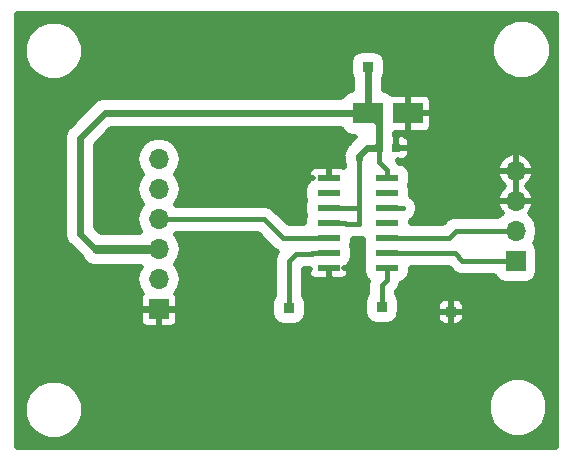
<source format=gbr>
G04 #@! TF.GenerationSoftware,KiCad,Pcbnew,(5.0.2)-1*
G04 #@! TF.CreationDate,2019-10-03T15:21:39+01:00*
G04 #@! TF.ProjectId,RS-485_FTDI,52532d34-3835-45f4-9654-44492e6b6963,rev?*
G04 #@! TF.SameCoordinates,Original*
G04 #@! TF.FileFunction,Copper,L1,Top*
G04 #@! TF.FilePolarity,Positive*
%FSLAX46Y46*%
G04 Gerber Fmt 4.6, Leading zero omitted, Abs format (unit mm)*
G04 Created by KiCad (PCBNEW (5.0.2)-1) date 03/10/2019 15:21:39*
%MOMM*%
%LPD*%
G01*
G04 APERTURE LIST*
G04 #@! TA.AperFunction,SMDPad,CuDef*
%ADD10R,2.600000X1.800000*%
G04 #@! TD*
G04 #@! TA.AperFunction,SMDPad,CuDef*
%ADD11R,0.800000X0.750000*%
G04 #@! TD*
G04 #@! TA.AperFunction,ComponentPad*
%ADD12O,1.700000X1.700000*%
G04 #@! TD*
G04 #@! TA.AperFunction,ComponentPad*
%ADD13R,1.700000X1.700000*%
G04 #@! TD*
G04 #@! TA.AperFunction,ComponentPad*
%ADD14R,0.850000X0.850000*%
G04 #@! TD*
G04 #@! TA.AperFunction,SMDPad,CuDef*
%ADD15R,1.969999X0.542600*%
G04 #@! TD*
G04 #@! TA.AperFunction,ViaPad*
%ADD16C,0.900000*%
G04 #@! TD*
G04 #@! TA.AperFunction,Conductor*
%ADD17C,0.400000*%
G04 #@! TD*
G04 #@! TA.AperFunction,Conductor*
%ADD18C,0.800000*%
G04 #@! TD*
G04 #@! TA.AperFunction,Conductor*
%ADD19C,0.600000*%
G04 #@! TD*
G04 #@! TA.AperFunction,Conductor*
%ADD20C,0.500000*%
G04 #@! TD*
G04 APERTURE END LIST*
D10*
G04 #@! TO.P,C1,2*
G04 #@! TO.N,GND*
X77300000Y-133600000D03*
G04 #@! TO.P,C1,1*
G04 #@! TO.N,+5V*
X73900000Y-133600000D03*
G04 #@! TD*
D11*
G04 #@! TO.P,C2,1*
G04 #@! TO.N,+5V*
X74800000Y-136500000D03*
G04 #@! TO.P,C2,2*
G04 #@! TO.N,GND*
X76300000Y-136500000D03*
G04 #@! TD*
D12*
G04 #@! TO.P,J1,6*
G04 #@! TO.N,DTR*
X56200000Y-137500000D03*
G04 #@! TO.P,J1,5*
G04 #@! TO.N,RXI*
X56200000Y-140040000D03*
G04 #@! TO.P,J1,4*
G04 #@! TO.N,TXO*
X56200000Y-142580000D03*
G04 #@! TO.P,J1,3*
G04 #@! TO.N,+5V*
X56200000Y-145120000D03*
G04 #@! TO.P,J1,2*
G04 #@! TO.N,CTS*
X56200000Y-147660000D03*
D13*
G04 #@! TO.P,J1,1*
G04 #@! TO.N,GND*
X56200000Y-150200000D03*
G04 #@! TD*
D14*
G04 #@! TO.P,J2,1*
G04 #@! TO.N,Net-(J2-Pad1)*
X67200000Y-150100000D03*
G04 #@! TD*
D12*
G04 #@! TO.P,J3,4*
G04 #@! TO.N,GND*
X86400000Y-138480000D03*
G04 #@! TO.P,J3,3*
X86400000Y-141020000D03*
G04 #@! TO.P,J3,2*
G04 #@! TO.N,WIRE-*
X86400000Y-143560000D03*
D13*
G04 #@! TO.P,J3,1*
G04 #@! TO.N,WIRE+*
X86400000Y-146100000D03*
G04 #@! TD*
D15*
G04 #@! TO.P,U1,1*
G04 #@! TO.N,GND*
X70572400Y-139090000D03*
G04 #@! TO.P,U1,2*
G04 #@! TO.N,Net-(U1-Pad2)*
X70572400Y-140360000D03*
G04 #@! TO.P,U1,3*
G04 #@! TO.N,+5V*
X70572400Y-141630000D03*
G04 #@! TO.P,U1,4*
X70572400Y-142900000D03*
G04 #@! TO.P,U1,5*
G04 #@! TO.N,TXO*
X70572400Y-144170000D03*
G04 #@! TO.P,U1,6*
G04 #@! TO.N,Net-(J2-Pad1)*
X70572400Y-145440000D03*
G04 #@! TO.P,U1,7*
G04 #@! TO.N,GND*
X70572400Y-146710000D03*
G04 #@! TO.P,U1,8*
G04 #@! TO.N,Net-(J5-Pad1)*
X75500000Y-146710000D03*
G04 #@! TO.P,U1,9*
G04 #@! TO.N,WIRE+*
X75500000Y-145440000D03*
G04 #@! TO.P,U1,10*
G04 #@! TO.N,WIRE-*
X75500000Y-144170000D03*
G04 #@! TO.P,U1,11*
G04 #@! TO.N,Net-(U1-Pad11)*
X75500000Y-142900000D03*
G04 #@! TO.P,U1,12*
G04 #@! TO.N,Net-(U1-Pad12)*
X75500000Y-141630000D03*
G04 #@! TO.P,U1,13*
G04 #@! TO.N,Net-(U1-Pad13)*
X75500000Y-140360000D03*
G04 #@! TO.P,U1,14*
G04 #@! TO.N,+5V*
X75500000Y-139090000D03*
G04 #@! TD*
D14*
G04 #@! TO.P,J4,1*
G04 #@! TO.N,+5V*
X73900000Y-129700000D03*
G04 #@! TD*
G04 #@! TO.P,J5,1*
G04 #@! TO.N,Net-(J5-Pad1)*
X75100000Y-150000000D03*
G04 #@! TD*
G04 #@! TO.P,J6,1*
G04 #@! TO.N,GND*
X80900000Y-150400000D03*
G04 #@! TD*
D16*
G04 #@! TO.N,GND*
X65300000Y-136200000D03*
X65300000Y-131000000D03*
X55500000Y-127300000D03*
X67800000Y-126900000D03*
X80700000Y-127300000D03*
X81000000Y-159600000D03*
X70400000Y-159200000D03*
X57300000Y-159600000D03*
X62000000Y-136500000D03*
X62100000Y-139500000D03*
X61600000Y-147000000D03*
X71300000Y-149800000D03*
X52700000Y-139400000D03*
G04 #@! TD*
D17*
G04 #@! TO.N,GND*
X70572400Y-147381300D02*
X70800000Y-147608900D01*
X70572400Y-146710000D02*
X70572400Y-147381300D01*
X70800000Y-148300000D02*
X70900000Y-148400000D01*
X70800000Y-148200000D02*
X70800000Y-148300000D01*
X70800000Y-147608900D02*
X70900000Y-148400000D01*
D18*
G04 #@! TO.N,+5V*
X54997919Y-145120000D02*
X54977919Y-145100000D01*
X56200000Y-145120000D02*
X54997919Y-145120000D01*
X54977919Y-145100000D02*
X53700000Y-145100000D01*
D17*
X75500000Y-138418700D02*
X74800000Y-137718700D01*
X75500000Y-139090000D02*
X75500000Y-138418700D01*
X74800000Y-137718700D02*
X74800000Y-136500000D01*
X72057399Y-143000000D02*
X73100000Y-143000000D01*
X71957399Y-142900000D02*
X72057399Y-143000000D01*
X70572400Y-142900000D02*
X71957399Y-142900000D01*
X73030000Y-141630000D02*
X73100000Y-141700000D01*
X70572400Y-141630000D02*
X73030000Y-141630000D01*
X73100000Y-137500000D02*
X73100000Y-141700000D01*
X73100000Y-141700000D02*
X73100000Y-143000000D01*
D18*
X56200000Y-145120000D02*
X50880000Y-145120000D01*
D19*
X73100000Y-137200000D02*
X73100000Y-137500000D01*
X73800000Y-136500000D02*
X73100000Y-137200000D01*
X74800000Y-136500000D02*
X73800000Y-136500000D01*
X50880000Y-145120000D02*
X50820000Y-145120000D01*
X50820000Y-145120000D02*
X49500000Y-143800000D01*
X49500000Y-143800000D02*
X49500000Y-135700000D01*
X51600000Y-133600000D02*
X73900000Y-133600000D01*
X49500000Y-135700000D02*
X51600000Y-133600000D01*
X74800000Y-134500000D02*
X73900000Y-133600000D01*
X74800000Y-136500000D02*
X74800000Y-134500000D01*
X73900000Y-133600000D02*
X73900000Y-129700000D01*
D17*
G04 #@! TO.N,TXO*
X70572400Y-144170000D02*
X66670000Y-144170000D01*
X65080000Y-142580000D02*
X56200000Y-142580000D01*
X66670000Y-144170000D02*
X65080000Y-142580000D01*
G04 #@! TO.N,Net-(J2-Pad1)*
X69187401Y-145440000D02*
X69127401Y-145500000D01*
X70572400Y-145440000D02*
X69187401Y-145440000D01*
X69127401Y-145500000D02*
X67800000Y-145500000D01*
X67200000Y-146100000D02*
X67200000Y-150100000D01*
X67800000Y-145500000D02*
X67200000Y-146100000D01*
G04 #@! TO.N,WIRE-*
X75500000Y-144170000D02*
X80730000Y-144170000D01*
X81340000Y-143560000D02*
X86400000Y-143560000D01*
X80730000Y-144170000D02*
X81340000Y-143560000D01*
G04 #@! TO.N,WIRE+*
X75500000Y-145440000D02*
X81240000Y-145440000D01*
X81900000Y-146100000D02*
X86400000Y-146100000D01*
X81240000Y-145440000D02*
X81900000Y-146100000D01*
G04 #@! TO.N,Net-(U1-Pad12)*
X76884999Y-141630000D02*
X75500000Y-141630000D01*
G04 #@! TO.N,Net-(J5-Pad1)*
X75500000Y-146710000D02*
X75500000Y-147700000D01*
X75100000Y-148100000D02*
X75100000Y-150100000D01*
X75500000Y-147700000D02*
X75100000Y-148100000D01*
G04 #@! TD*
D20*
G04 #@! TO.N,GND*
G36*
X89850001Y-161850000D02*
X44150000Y-161850000D01*
X44150000Y-158192774D01*
X44750000Y-158192774D01*
X44750000Y-159207226D01*
X45138215Y-160144459D01*
X45855541Y-160861785D01*
X46792774Y-161250000D01*
X47807226Y-161250000D01*
X48744459Y-160861785D01*
X49461785Y-160144459D01*
X49850000Y-159207226D01*
X49850000Y-158192774D01*
X49767158Y-157992774D01*
X84050000Y-157992774D01*
X84050000Y-159007226D01*
X84438215Y-159944459D01*
X85155541Y-160661785D01*
X86092774Y-161050000D01*
X87107226Y-161050000D01*
X88044459Y-160661785D01*
X88761785Y-159944459D01*
X89150000Y-159007226D01*
X89150000Y-157992774D01*
X88761785Y-157055541D01*
X88044459Y-156338215D01*
X87107226Y-155950000D01*
X86092774Y-155950000D01*
X85155541Y-156338215D01*
X84438215Y-157055541D01*
X84050000Y-157992774D01*
X49767158Y-157992774D01*
X49461785Y-157255541D01*
X48744459Y-156538215D01*
X47807226Y-156150000D01*
X46792774Y-156150000D01*
X45855541Y-156538215D01*
X45138215Y-157255541D01*
X44750000Y-158192774D01*
X44150000Y-158192774D01*
X44150000Y-150393500D01*
X54592000Y-150393500D01*
X54592000Y-151200775D01*
X54707398Y-151479372D01*
X54920627Y-151692601D01*
X55199224Y-151808000D01*
X56006500Y-151808000D01*
X56196000Y-151618500D01*
X56196000Y-150204000D01*
X56204000Y-150204000D01*
X56204000Y-151618500D01*
X56393500Y-151808000D01*
X57200776Y-151808000D01*
X57479373Y-151692601D01*
X57692602Y-151479372D01*
X57808000Y-151200775D01*
X57808000Y-150393500D01*
X57618500Y-150204000D01*
X56204000Y-150204000D01*
X56196000Y-150204000D01*
X54781500Y-150204000D01*
X54592000Y-150393500D01*
X44150000Y-150393500D01*
X44150000Y-135700000D01*
X48123552Y-135700000D01*
X48150001Y-135832968D01*
X48150000Y-143667037D01*
X48123552Y-143800000D01*
X48228328Y-144326743D01*
X48339413Y-144492993D01*
X48526704Y-144773295D01*
X48639424Y-144848612D01*
X49589757Y-145798945D01*
X49834608Y-146165392D01*
X50314238Y-146485870D01*
X50737188Y-146570000D01*
X54643204Y-146570000D01*
X54410239Y-146918657D01*
X54262777Y-147660000D01*
X54410239Y-148401343D01*
X54737260Y-148890766D01*
X54707398Y-148920628D01*
X54592000Y-149199225D01*
X54592000Y-150006500D01*
X54781500Y-150196000D01*
X56196000Y-150196000D01*
X56196000Y-150176000D01*
X56204000Y-150176000D01*
X56204000Y-150196000D01*
X57618500Y-150196000D01*
X57808000Y-150006500D01*
X57808000Y-149199225D01*
X57692602Y-148920628D01*
X57662740Y-148890766D01*
X57989761Y-148401343D01*
X58137223Y-147660000D01*
X57989761Y-146918657D01*
X57636524Y-146390000D01*
X57989761Y-145861343D01*
X58137223Y-145120000D01*
X57989761Y-144378657D01*
X57636524Y-143850000D01*
X57649888Y-143830000D01*
X64562234Y-143830000D01*
X65699064Y-144966830D01*
X65768801Y-145071199D01*
X66028526Y-145244742D01*
X66182274Y-145347473D01*
X66197446Y-145350491D01*
X66022527Y-145612276D01*
X65950000Y-145976892D01*
X65950000Y-145976896D01*
X65925513Y-146100000D01*
X65950000Y-146223104D01*
X65950001Y-149019750D01*
X65785922Y-149265311D01*
X65704430Y-149675000D01*
X65704430Y-150525000D01*
X65785922Y-150934689D01*
X66017993Y-151282007D01*
X66365311Y-151514078D01*
X66775000Y-151595570D01*
X67625000Y-151595570D01*
X68034689Y-151514078D01*
X68382007Y-151282007D01*
X68614078Y-150934689D01*
X68695570Y-150525000D01*
X68695570Y-149675000D01*
X68614078Y-149265311D01*
X68450000Y-149019751D01*
X68450000Y-146750000D01*
X68982901Y-146750000D01*
X68829401Y-146903500D01*
X68829401Y-147132075D01*
X68944799Y-147410672D01*
X69158028Y-147623901D01*
X69436625Y-147739300D01*
X70378900Y-147739300D01*
X70568400Y-147549800D01*
X70568400Y-146781870D01*
X70576400Y-146781870D01*
X70576400Y-147549800D01*
X70765900Y-147739300D01*
X71708175Y-147739300D01*
X71986772Y-147623901D01*
X72200001Y-147410672D01*
X72315399Y-147132075D01*
X72315399Y-146903500D01*
X72125899Y-146714000D01*
X71898605Y-146714000D01*
X71938824Y-146706000D01*
X72125899Y-146706000D01*
X72315399Y-146516500D01*
X72315399Y-146466821D01*
X72546477Y-146120989D01*
X72627969Y-145711300D01*
X72627969Y-145168700D01*
X72555625Y-144805000D01*
X72627969Y-144441300D01*
X72627969Y-144250000D01*
X72976891Y-144250000D01*
X73100000Y-144274488D01*
X73444431Y-144205976D01*
X73444431Y-144441300D01*
X73516775Y-144805000D01*
X73444431Y-145168700D01*
X73444431Y-145711300D01*
X73516775Y-146075000D01*
X73444431Y-146438700D01*
X73444431Y-146981300D01*
X73525923Y-147390989D01*
X73757994Y-147738307D01*
X73881096Y-147820561D01*
X73850000Y-147976892D01*
X73850000Y-147976896D01*
X73825513Y-148100000D01*
X73850000Y-148223104D01*
X73850000Y-148919751D01*
X73685922Y-149165311D01*
X73604430Y-149575000D01*
X73604430Y-150425000D01*
X73685922Y-150834689D01*
X73917993Y-151182007D01*
X74265311Y-151414078D01*
X74675000Y-151495570D01*
X75525000Y-151495570D01*
X75934689Y-151414078D01*
X76282007Y-151182007D01*
X76514078Y-150834689D01*
X76562053Y-150593500D01*
X79717000Y-150593500D01*
X79717000Y-150975775D01*
X79832398Y-151254372D01*
X80045627Y-151467601D01*
X80324224Y-151583000D01*
X80706500Y-151583000D01*
X80896000Y-151393500D01*
X80896000Y-150404000D01*
X80904000Y-150404000D01*
X80904000Y-151393500D01*
X81093500Y-151583000D01*
X81475776Y-151583000D01*
X81754373Y-151467601D01*
X81967602Y-151254372D01*
X82083000Y-150975775D01*
X82083000Y-150593500D01*
X81893500Y-150404000D01*
X80904000Y-150404000D01*
X80896000Y-150404000D01*
X79906500Y-150404000D01*
X79717000Y-150593500D01*
X76562053Y-150593500D01*
X76595570Y-150425000D01*
X76595570Y-149824225D01*
X79717000Y-149824225D01*
X79717000Y-150206500D01*
X79906500Y-150396000D01*
X80896000Y-150396000D01*
X80896000Y-149406500D01*
X80904000Y-149406500D01*
X80904000Y-150396000D01*
X81893500Y-150396000D01*
X82083000Y-150206500D01*
X82083000Y-149824225D01*
X81967602Y-149545628D01*
X81754373Y-149332399D01*
X81475776Y-149217000D01*
X81093500Y-149217000D01*
X80904000Y-149406500D01*
X80896000Y-149406500D01*
X80706500Y-149217000D01*
X80324224Y-149217000D01*
X80045627Y-149332399D01*
X79832398Y-149545628D01*
X79717000Y-149824225D01*
X76595570Y-149824225D01*
X76595570Y-149575000D01*
X76514078Y-149165311D01*
X76350000Y-148919751D01*
X76350000Y-148635409D01*
X76401199Y-148601199D01*
X76677473Y-148187725D01*
X76713539Y-148006411D01*
X76894688Y-147970378D01*
X77242006Y-147738307D01*
X77474077Y-147390989D01*
X77555569Y-146981300D01*
X77555569Y-146690000D01*
X80722234Y-146690000D01*
X80929064Y-146896830D01*
X80998801Y-147001199D01*
X81412275Y-147277473D01*
X81776891Y-147350000D01*
X81776896Y-147350000D01*
X81900000Y-147374487D01*
X82023104Y-147350000D01*
X84558995Y-147350000D01*
X84560922Y-147359689D01*
X84792993Y-147707007D01*
X85140311Y-147939078D01*
X85550000Y-148020570D01*
X87250000Y-148020570D01*
X87659689Y-147939078D01*
X88007007Y-147707007D01*
X88239078Y-147359689D01*
X88320570Y-146950000D01*
X88320570Y-145250000D01*
X88239078Y-144840311D01*
X88034356Y-144533923D01*
X88189761Y-144301343D01*
X88337223Y-143560000D01*
X88189761Y-142818657D01*
X87769824Y-142190176D01*
X87588188Y-142068811D01*
X87703247Y-141961919D01*
X87964500Y-141391489D01*
X87987572Y-141275497D01*
X87818494Y-141024000D01*
X86404000Y-141024000D01*
X86404000Y-141044000D01*
X86396000Y-141044000D01*
X86396000Y-141024000D01*
X84981506Y-141024000D01*
X84812428Y-141275497D01*
X84835500Y-141391489D01*
X85096753Y-141961919D01*
X85211812Y-142068811D01*
X85030176Y-142190176D01*
X84950112Y-142310000D01*
X81463103Y-142310000D01*
X81339999Y-142285513D01*
X81216895Y-142310000D01*
X81216891Y-142310000D01*
X80852275Y-142382527D01*
X80438801Y-142658801D01*
X80369064Y-142763170D01*
X80212234Y-142920000D01*
X77555569Y-142920000D01*
X77555569Y-142685300D01*
X77786198Y-142531199D01*
X78062472Y-142117725D01*
X78159487Y-141630000D01*
X78062472Y-141142275D01*
X77786198Y-140728801D01*
X77555569Y-140574700D01*
X77555569Y-140088700D01*
X77483225Y-139725000D01*
X77555569Y-139361300D01*
X77555569Y-138818700D01*
X77539019Y-138735497D01*
X84812428Y-138735497D01*
X84835500Y-138851489D01*
X85096753Y-139421919D01*
X85449902Y-139750000D01*
X85096753Y-140078081D01*
X84835500Y-140648511D01*
X84812428Y-140764503D01*
X84981506Y-141016000D01*
X86396000Y-141016000D01*
X86396000Y-138484000D01*
X86404000Y-138484000D01*
X86404000Y-141016000D01*
X87818494Y-141016000D01*
X87987572Y-140764503D01*
X87964500Y-140648511D01*
X87703247Y-140078081D01*
X87350098Y-139750000D01*
X87703247Y-139421919D01*
X87964500Y-138851489D01*
X87987572Y-138735497D01*
X87818494Y-138484000D01*
X86404000Y-138484000D01*
X86396000Y-138484000D01*
X84981506Y-138484000D01*
X84812428Y-138735497D01*
X77539019Y-138735497D01*
X77474077Y-138409011D01*
X77350793Y-138224503D01*
X84812428Y-138224503D01*
X84981506Y-138476000D01*
X86396000Y-138476000D01*
X86396000Y-137061505D01*
X86404000Y-137061505D01*
X86404000Y-138476000D01*
X87818494Y-138476000D01*
X87987572Y-138224503D01*
X87964500Y-138108511D01*
X87703247Y-137538081D01*
X87243586Y-137111049D01*
X86655497Y-136892428D01*
X86404000Y-137061505D01*
X86396000Y-137061505D01*
X86144503Y-136892428D01*
X85556414Y-137111049D01*
X85096753Y-137538081D01*
X84835500Y-138108511D01*
X84812428Y-138224503D01*
X77350793Y-138224503D01*
X77242006Y-138061693D01*
X76894688Y-137829622D01*
X76566076Y-137764257D01*
X76447912Y-137587412D01*
X76493500Y-137633000D01*
X76850776Y-137633000D01*
X77129373Y-137517601D01*
X77342602Y-137304372D01*
X77458000Y-137025775D01*
X77458000Y-136693500D01*
X77268500Y-136504000D01*
X76304000Y-136504000D01*
X76304000Y-136524000D01*
X76296000Y-136524000D01*
X76296000Y-136504000D01*
X76276000Y-136504000D01*
X76276000Y-136496000D01*
X76296000Y-136496000D01*
X76296000Y-135556500D01*
X76304000Y-135556500D01*
X76304000Y-136496000D01*
X77268500Y-136496000D01*
X77458000Y-136306500D01*
X77458000Y-135974225D01*
X77342602Y-135695628D01*
X77129373Y-135482399D01*
X76850776Y-135367000D01*
X76493500Y-135367000D01*
X76304000Y-135556500D01*
X76296000Y-135556500D01*
X76150000Y-135410500D01*
X76150000Y-135258000D01*
X77106500Y-135258000D01*
X77296000Y-135068500D01*
X77296000Y-133604000D01*
X77304000Y-133604000D01*
X77304000Y-135068500D01*
X77493500Y-135258000D01*
X78750776Y-135258000D01*
X79029373Y-135142601D01*
X79242602Y-134929372D01*
X79358000Y-134650775D01*
X79358000Y-133793500D01*
X79168500Y-133604000D01*
X77304000Y-133604000D01*
X77296000Y-133604000D01*
X77276000Y-133604000D01*
X77276000Y-133596000D01*
X77296000Y-133596000D01*
X77296000Y-132131500D01*
X77304000Y-132131500D01*
X77304000Y-133596000D01*
X79168500Y-133596000D01*
X79358000Y-133406500D01*
X79358000Y-132549225D01*
X79242602Y-132270628D01*
X79029373Y-132057399D01*
X78750776Y-131942000D01*
X77493500Y-131942000D01*
X77304000Y-132131500D01*
X77296000Y-132131500D01*
X77106500Y-131942000D01*
X75955521Y-131942000D01*
X75609689Y-131710922D01*
X75250000Y-131639376D01*
X75250000Y-130630588D01*
X75314078Y-130534689D01*
X75395570Y-130125000D01*
X75395570Y-129275000D01*
X75314078Y-128865311D01*
X75082007Y-128517993D01*
X74734689Y-128285922D01*
X74325000Y-128204430D01*
X73475000Y-128204430D01*
X73065311Y-128285922D01*
X72717993Y-128517993D01*
X72485922Y-128865311D01*
X72404430Y-129275000D01*
X72404430Y-130125000D01*
X72485922Y-130534689D01*
X72550001Y-130630589D01*
X72550001Y-131639375D01*
X72190311Y-131710922D01*
X71842993Y-131942993D01*
X71637857Y-132250000D01*
X51732961Y-132250000D01*
X51599999Y-132223552D01*
X51467038Y-132250000D01*
X51467037Y-132250000D01*
X51073256Y-132328328D01*
X50626704Y-132626704D01*
X50551385Y-132739427D01*
X48639425Y-134651387D01*
X48526705Y-134726704D01*
X48451388Y-134839424D01*
X48451387Y-134839425D01*
X48228328Y-135173257D01*
X48123552Y-135700000D01*
X44150000Y-135700000D01*
X44150000Y-127792774D01*
X44750000Y-127792774D01*
X44750000Y-128807226D01*
X45138215Y-129744459D01*
X45855541Y-130461785D01*
X46792774Y-130850000D01*
X47807226Y-130850000D01*
X48744459Y-130461785D01*
X49461785Y-129744459D01*
X49850000Y-128807226D01*
X49850000Y-127792774D01*
X49808579Y-127692774D01*
X84350000Y-127692774D01*
X84350000Y-128707226D01*
X84738215Y-129644459D01*
X85455541Y-130361785D01*
X86392774Y-130750000D01*
X87407226Y-130750000D01*
X88344459Y-130361785D01*
X89061785Y-129644459D01*
X89450000Y-128707226D01*
X89450000Y-127692774D01*
X89061785Y-126755541D01*
X88344459Y-126038215D01*
X87407226Y-125650000D01*
X86392774Y-125650000D01*
X85455541Y-126038215D01*
X84738215Y-126755541D01*
X84350000Y-127692774D01*
X49808579Y-127692774D01*
X49461785Y-126855541D01*
X48744459Y-126138215D01*
X47807226Y-125750000D01*
X46792774Y-125750000D01*
X45855541Y-126138215D01*
X45138215Y-126855541D01*
X44750000Y-127792774D01*
X44150000Y-127792774D01*
X44150000Y-125150000D01*
X89850000Y-125150000D01*
X89850001Y-161850000D01*
X89850001Y-161850000D01*
G37*
X89850001Y-161850000D02*
X44150000Y-161850000D01*
X44150000Y-158192774D01*
X44750000Y-158192774D01*
X44750000Y-159207226D01*
X45138215Y-160144459D01*
X45855541Y-160861785D01*
X46792774Y-161250000D01*
X47807226Y-161250000D01*
X48744459Y-160861785D01*
X49461785Y-160144459D01*
X49850000Y-159207226D01*
X49850000Y-158192774D01*
X49767158Y-157992774D01*
X84050000Y-157992774D01*
X84050000Y-159007226D01*
X84438215Y-159944459D01*
X85155541Y-160661785D01*
X86092774Y-161050000D01*
X87107226Y-161050000D01*
X88044459Y-160661785D01*
X88761785Y-159944459D01*
X89150000Y-159007226D01*
X89150000Y-157992774D01*
X88761785Y-157055541D01*
X88044459Y-156338215D01*
X87107226Y-155950000D01*
X86092774Y-155950000D01*
X85155541Y-156338215D01*
X84438215Y-157055541D01*
X84050000Y-157992774D01*
X49767158Y-157992774D01*
X49461785Y-157255541D01*
X48744459Y-156538215D01*
X47807226Y-156150000D01*
X46792774Y-156150000D01*
X45855541Y-156538215D01*
X45138215Y-157255541D01*
X44750000Y-158192774D01*
X44150000Y-158192774D01*
X44150000Y-150393500D01*
X54592000Y-150393500D01*
X54592000Y-151200775D01*
X54707398Y-151479372D01*
X54920627Y-151692601D01*
X55199224Y-151808000D01*
X56006500Y-151808000D01*
X56196000Y-151618500D01*
X56196000Y-150204000D01*
X56204000Y-150204000D01*
X56204000Y-151618500D01*
X56393500Y-151808000D01*
X57200776Y-151808000D01*
X57479373Y-151692601D01*
X57692602Y-151479372D01*
X57808000Y-151200775D01*
X57808000Y-150393500D01*
X57618500Y-150204000D01*
X56204000Y-150204000D01*
X56196000Y-150204000D01*
X54781500Y-150204000D01*
X54592000Y-150393500D01*
X44150000Y-150393500D01*
X44150000Y-135700000D01*
X48123552Y-135700000D01*
X48150001Y-135832968D01*
X48150000Y-143667037D01*
X48123552Y-143800000D01*
X48228328Y-144326743D01*
X48339413Y-144492993D01*
X48526704Y-144773295D01*
X48639424Y-144848612D01*
X49589757Y-145798945D01*
X49834608Y-146165392D01*
X50314238Y-146485870D01*
X50737188Y-146570000D01*
X54643204Y-146570000D01*
X54410239Y-146918657D01*
X54262777Y-147660000D01*
X54410239Y-148401343D01*
X54737260Y-148890766D01*
X54707398Y-148920628D01*
X54592000Y-149199225D01*
X54592000Y-150006500D01*
X54781500Y-150196000D01*
X56196000Y-150196000D01*
X56196000Y-150176000D01*
X56204000Y-150176000D01*
X56204000Y-150196000D01*
X57618500Y-150196000D01*
X57808000Y-150006500D01*
X57808000Y-149199225D01*
X57692602Y-148920628D01*
X57662740Y-148890766D01*
X57989761Y-148401343D01*
X58137223Y-147660000D01*
X57989761Y-146918657D01*
X57636524Y-146390000D01*
X57989761Y-145861343D01*
X58137223Y-145120000D01*
X57989761Y-144378657D01*
X57636524Y-143850000D01*
X57649888Y-143830000D01*
X64562234Y-143830000D01*
X65699064Y-144966830D01*
X65768801Y-145071199D01*
X66028526Y-145244742D01*
X66182274Y-145347473D01*
X66197446Y-145350491D01*
X66022527Y-145612276D01*
X65950000Y-145976892D01*
X65950000Y-145976896D01*
X65925513Y-146100000D01*
X65950000Y-146223104D01*
X65950001Y-149019750D01*
X65785922Y-149265311D01*
X65704430Y-149675000D01*
X65704430Y-150525000D01*
X65785922Y-150934689D01*
X66017993Y-151282007D01*
X66365311Y-151514078D01*
X66775000Y-151595570D01*
X67625000Y-151595570D01*
X68034689Y-151514078D01*
X68382007Y-151282007D01*
X68614078Y-150934689D01*
X68695570Y-150525000D01*
X68695570Y-149675000D01*
X68614078Y-149265311D01*
X68450000Y-149019751D01*
X68450000Y-146750000D01*
X68982901Y-146750000D01*
X68829401Y-146903500D01*
X68829401Y-147132075D01*
X68944799Y-147410672D01*
X69158028Y-147623901D01*
X69436625Y-147739300D01*
X70378900Y-147739300D01*
X70568400Y-147549800D01*
X70568400Y-146781870D01*
X70576400Y-146781870D01*
X70576400Y-147549800D01*
X70765900Y-147739300D01*
X71708175Y-147739300D01*
X71986772Y-147623901D01*
X72200001Y-147410672D01*
X72315399Y-147132075D01*
X72315399Y-146903500D01*
X72125899Y-146714000D01*
X71898605Y-146714000D01*
X71938824Y-146706000D01*
X72125899Y-146706000D01*
X72315399Y-146516500D01*
X72315399Y-146466821D01*
X72546477Y-146120989D01*
X72627969Y-145711300D01*
X72627969Y-145168700D01*
X72555625Y-144805000D01*
X72627969Y-144441300D01*
X72627969Y-144250000D01*
X72976891Y-144250000D01*
X73100000Y-144274488D01*
X73444431Y-144205976D01*
X73444431Y-144441300D01*
X73516775Y-144805000D01*
X73444431Y-145168700D01*
X73444431Y-145711300D01*
X73516775Y-146075000D01*
X73444431Y-146438700D01*
X73444431Y-146981300D01*
X73525923Y-147390989D01*
X73757994Y-147738307D01*
X73881096Y-147820561D01*
X73850000Y-147976892D01*
X73850000Y-147976896D01*
X73825513Y-148100000D01*
X73850000Y-148223104D01*
X73850000Y-148919751D01*
X73685922Y-149165311D01*
X73604430Y-149575000D01*
X73604430Y-150425000D01*
X73685922Y-150834689D01*
X73917993Y-151182007D01*
X74265311Y-151414078D01*
X74675000Y-151495570D01*
X75525000Y-151495570D01*
X75934689Y-151414078D01*
X76282007Y-151182007D01*
X76514078Y-150834689D01*
X76562053Y-150593500D01*
X79717000Y-150593500D01*
X79717000Y-150975775D01*
X79832398Y-151254372D01*
X80045627Y-151467601D01*
X80324224Y-151583000D01*
X80706500Y-151583000D01*
X80896000Y-151393500D01*
X80896000Y-150404000D01*
X80904000Y-150404000D01*
X80904000Y-151393500D01*
X81093500Y-151583000D01*
X81475776Y-151583000D01*
X81754373Y-151467601D01*
X81967602Y-151254372D01*
X82083000Y-150975775D01*
X82083000Y-150593500D01*
X81893500Y-150404000D01*
X80904000Y-150404000D01*
X80896000Y-150404000D01*
X79906500Y-150404000D01*
X79717000Y-150593500D01*
X76562053Y-150593500D01*
X76595570Y-150425000D01*
X76595570Y-149824225D01*
X79717000Y-149824225D01*
X79717000Y-150206500D01*
X79906500Y-150396000D01*
X80896000Y-150396000D01*
X80896000Y-149406500D01*
X80904000Y-149406500D01*
X80904000Y-150396000D01*
X81893500Y-150396000D01*
X82083000Y-150206500D01*
X82083000Y-149824225D01*
X81967602Y-149545628D01*
X81754373Y-149332399D01*
X81475776Y-149217000D01*
X81093500Y-149217000D01*
X80904000Y-149406500D01*
X80896000Y-149406500D01*
X80706500Y-149217000D01*
X80324224Y-149217000D01*
X80045627Y-149332399D01*
X79832398Y-149545628D01*
X79717000Y-149824225D01*
X76595570Y-149824225D01*
X76595570Y-149575000D01*
X76514078Y-149165311D01*
X76350000Y-148919751D01*
X76350000Y-148635409D01*
X76401199Y-148601199D01*
X76677473Y-148187725D01*
X76713539Y-148006411D01*
X76894688Y-147970378D01*
X77242006Y-147738307D01*
X77474077Y-147390989D01*
X77555569Y-146981300D01*
X77555569Y-146690000D01*
X80722234Y-146690000D01*
X80929064Y-146896830D01*
X80998801Y-147001199D01*
X81412275Y-147277473D01*
X81776891Y-147350000D01*
X81776896Y-147350000D01*
X81900000Y-147374487D01*
X82023104Y-147350000D01*
X84558995Y-147350000D01*
X84560922Y-147359689D01*
X84792993Y-147707007D01*
X85140311Y-147939078D01*
X85550000Y-148020570D01*
X87250000Y-148020570D01*
X87659689Y-147939078D01*
X88007007Y-147707007D01*
X88239078Y-147359689D01*
X88320570Y-146950000D01*
X88320570Y-145250000D01*
X88239078Y-144840311D01*
X88034356Y-144533923D01*
X88189761Y-144301343D01*
X88337223Y-143560000D01*
X88189761Y-142818657D01*
X87769824Y-142190176D01*
X87588188Y-142068811D01*
X87703247Y-141961919D01*
X87964500Y-141391489D01*
X87987572Y-141275497D01*
X87818494Y-141024000D01*
X86404000Y-141024000D01*
X86404000Y-141044000D01*
X86396000Y-141044000D01*
X86396000Y-141024000D01*
X84981506Y-141024000D01*
X84812428Y-141275497D01*
X84835500Y-141391489D01*
X85096753Y-141961919D01*
X85211812Y-142068811D01*
X85030176Y-142190176D01*
X84950112Y-142310000D01*
X81463103Y-142310000D01*
X81339999Y-142285513D01*
X81216895Y-142310000D01*
X81216891Y-142310000D01*
X80852275Y-142382527D01*
X80438801Y-142658801D01*
X80369064Y-142763170D01*
X80212234Y-142920000D01*
X77555569Y-142920000D01*
X77555569Y-142685300D01*
X77786198Y-142531199D01*
X78062472Y-142117725D01*
X78159487Y-141630000D01*
X78062472Y-141142275D01*
X77786198Y-140728801D01*
X77555569Y-140574700D01*
X77555569Y-140088700D01*
X77483225Y-139725000D01*
X77555569Y-139361300D01*
X77555569Y-138818700D01*
X77539019Y-138735497D01*
X84812428Y-138735497D01*
X84835500Y-138851489D01*
X85096753Y-139421919D01*
X85449902Y-139750000D01*
X85096753Y-140078081D01*
X84835500Y-140648511D01*
X84812428Y-140764503D01*
X84981506Y-141016000D01*
X86396000Y-141016000D01*
X86396000Y-138484000D01*
X86404000Y-138484000D01*
X86404000Y-141016000D01*
X87818494Y-141016000D01*
X87987572Y-140764503D01*
X87964500Y-140648511D01*
X87703247Y-140078081D01*
X87350098Y-139750000D01*
X87703247Y-139421919D01*
X87964500Y-138851489D01*
X87987572Y-138735497D01*
X87818494Y-138484000D01*
X86404000Y-138484000D01*
X86396000Y-138484000D01*
X84981506Y-138484000D01*
X84812428Y-138735497D01*
X77539019Y-138735497D01*
X77474077Y-138409011D01*
X77350793Y-138224503D01*
X84812428Y-138224503D01*
X84981506Y-138476000D01*
X86396000Y-138476000D01*
X86396000Y-137061505D01*
X86404000Y-137061505D01*
X86404000Y-138476000D01*
X87818494Y-138476000D01*
X87987572Y-138224503D01*
X87964500Y-138108511D01*
X87703247Y-137538081D01*
X87243586Y-137111049D01*
X86655497Y-136892428D01*
X86404000Y-137061505D01*
X86396000Y-137061505D01*
X86144503Y-136892428D01*
X85556414Y-137111049D01*
X85096753Y-137538081D01*
X84835500Y-138108511D01*
X84812428Y-138224503D01*
X77350793Y-138224503D01*
X77242006Y-138061693D01*
X76894688Y-137829622D01*
X76566076Y-137764257D01*
X76447912Y-137587412D01*
X76493500Y-137633000D01*
X76850776Y-137633000D01*
X77129373Y-137517601D01*
X77342602Y-137304372D01*
X77458000Y-137025775D01*
X77458000Y-136693500D01*
X77268500Y-136504000D01*
X76304000Y-136504000D01*
X76304000Y-136524000D01*
X76296000Y-136524000D01*
X76296000Y-136504000D01*
X76276000Y-136504000D01*
X76276000Y-136496000D01*
X76296000Y-136496000D01*
X76296000Y-135556500D01*
X76304000Y-135556500D01*
X76304000Y-136496000D01*
X77268500Y-136496000D01*
X77458000Y-136306500D01*
X77458000Y-135974225D01*
X77342602Y-135695628D01*
X77129373Y-135482399D01*
X76850776Y-135367000D01*
X76493500Y-135367000D01*
X76304000Y-135556500D01*
X76296000Y-135556500D01*
X76150000Y-135410500D01*
X76150000Y-135258000D01*
X77106500Y-135258000D01*
X77296000Y-135068500D01*
X77296000Y-133604000D01*
X77304000Y-133604000D01*
X77304000Y-135068500D01*
X77493500Y-135258000D01*
X78750776Y-135258000D01*
X79029373Y-135142601D01*
X79242602Y-134929372D01*
X79358000Y-134650775D01*
X79358000Y-133793500D01*
X79168500Y-133604000D01*
X77304000Y-133604000D01*
X77296000Y-133604000D01*
X77276000Y-133604000D01*
X77276000Y-133596000D01*
X77296000Y-133596000D01*
X77296000Y-132131500D01*
X77304000Y-132131500D01*
X77304000Y-133596000D01*
X79168500Y-133596000D01*
X79358000Y-133406500D01*
X79358000Y-132549225D01*
X79242602Y-132270628D01*
X79029373Y-132057399D01*
X78750776Y-131942000D01*
X77493500Y-131942000D01*
X77304000Y-132131500D01*
X77296000Y-132131500D01*
X77106500Y-131942000D01*
X75955521Y-131942000D01*
X75609689Y-131710922D01*
X75250000Y-131639376D01*
X75250000Y-130630588D01*
X75314078Y-130534689D01*
X75395570Y-130125000D01*
X75395570Y-129275000D01*
X75314078Y-128865311D01*
X75082007Y-128517993D01*
X74734689Y-128285922D01*
X74325000Y-128204430D01*
X73475000Y-128204430D01*
X73065311Y-128285922D01*
X72717993Y-128517993D01*
X72485922Y-128865311D01*
X72404430Y-129275000D01*
X72404430Y-130125000D01*
X72485922Y-130534689D01*
X72550001Y-130630589D01*
X72550001Y-131639375D01*
X72190311Y-131710922D01*
X71842993Y-131942993D01*
X71637857Y-132250000D01*
X51732961Y-132250000D01*
X51599999Y-132223552D01*
X51467038Y-132250000D01*
X51467037Y-132250000D01*
X51073256Y-132328328D01*
X50626704Y-132626704D01*
X50551385Y-132739427D01*
X48639425Y-134651387D01*
X48526705Y-134726704D01*
X48451388Y-134839424D01*
X48451387Y-134839425D01*
X48228328Y-135173257D01*
X48123552Y-135700000D01*
X44150000Y-135700000D01*
X44150000Y-127792774D01*
X44750000Y-127792774D01*
X44750000Y-128807226D01*
X45138215Y-129744459D01*
X45855541Y-130461785D01*
X46792774Y-130850000D01*
X47807226Y-130850000D01*
X48744459Y-130461785D01*
X49461785Y-129744459D01*
X49850000Y-128807226D01*
X49850000Y-127792774D01*
X49808579Y-127692774D01*
X84350000Y-127692774D01*
X84350000Y-128707226D01*
X84738215Y-129644459D01*
X85455541Y-130361785D01*
X86392774Y-130750000D01*
X87407226Y-130750000D01*
X88344459Y-130361785D01*
X89061785Y-129644459D01*
X89450000Y-128707226D01*
X89450000Y-127692774D01*
X89061785Y-126755541D01*
X88344459Y-126038215D01*
X87407226Y-125650000D01*
X86392774Y-125650000D01*
X85455541Y-126038215D01*
X84738215Y-126755541D01*
X84350000Y-127692774D01*
X49808579Y-127692774D01*
X49461785Y-126855541D01*
X48744459Y-126138215D01*
X47807226Y-125750000D01*
X46792774Y-125750000D01*
X45855541Y-126138215D01*
X45138215Y-126855541D01*
X44750000Y-127792774D01*
X44150000Y-127792774D01*
X44150000Y-125150000D01*
X89850000Y-125150000D01*
X89850001Y-161850000D01*
G36*
X71842993Y-135257007D02*
X72190311Y-135489078D01*
X72600000Y-135570570D01*
X72797394Y-135570570D01*
X72751383Y-135639429D01*
X72239425Y-136151387D01*
X72126704Y-136226705D01*
X72051387Y-136339425D01*
X71828328Y-136673257D01*
X71723552Y-137200000D01*
X71750000Y-137332963D01*
X71750000Y-137632963D01*
X71828328Y-138026744D01*
X71850000Y-138059179D01*
X71850000Y-138119446D01*
X71708175Y-138060700D01*
X70765900Y-138060700D01*
X70576400Y-138250200D01*
X70576400Y-139018130D01*
X70568400Y-139018130D01*
X70568400Y-138250200D01*
X70378900Y-138060700D01*
X69436625Y-138060700D01*
X69158028Y-138176099D01*
X68944799Y-138389328D01*
X68829401Y-138667925D01*
X68829401Y-138896500D01*
X69018901Y-139086000D01*
X69246195Y-139086000D01*
X69205976Y-139094000D01*
X69018901Y-139094000D01*
X68829401Y-139283500D01*
X68829401Y-139333179D01*
X68598323Y-139679011D01*
X68516831Y-140088700D01*
X68516831Y-140631300D01*
X68589175Y-140995000D01*
X68516831Y-141358700D01*
X68516831Y-141901300D01*
X68589175Y-142265000D01*
X68516831Y-142628700D01*
X68516831Y-142920000D01*
X67187766Y-142920000D01*
X66050936Y-141783170D01*
X65981199Y-141678801D01*
X65567725Y-141402527D01*
X65203109Y-141330000D01*
X65203104Y-141330000D01*
X65080000Y-141305513D01*
X64956896Y-141330000D01*
X57649888Y-141330000D01*
X57636524Y-141310000D01*
X57989761Y-140781343D01*
X58137223Y-140040000D01*
X57989761Y-139298657D01*
X57636524Y-138770000D01*
X57989761Y-138241343D01*
X58137223Y-137500000D01*
X57989761Y-136758657D01*
X57569824Y-136130176D01*
X56941343Y-135710239D01*
X56387133Y-135600000D01*
X56012867Y-135600000D01*
X55458657Y-135710239D01*
X54830176Y-136130176D01*
X54410239Y-136758657D01*
X54262777Y-137500000D01*
X54410239Y-138241343D01*
X54763476Y-138770000D01*
X54410239Y-139298657D01*
X54262777Y-140040000D01*
X54410239Y-140781343D01*
X54763476Y-141310000D01*
X54410239Y-141838657D01*
X54262777Y-142580000D01*
X54410239Y-143321343D01*
X54629840Y-143650000D01*
X53557188Y-143650000D01*
X53456641Y-143670000D01*
X51279189Y-143670000D01*
X50850000Y-143240812D01*
X50850000Y-136259188D01*
X52159188Y-134950000D01*
X71637857Y-134950000D01*
X71842993Y-135257007D01*
X71842993Y-135257007D01*
G37*
X71842993Y-135257007D02*
X72190311Y-135489078D01*
X72600000Y-135570570D01*
X72797394Y-135570570D01*
X72751383Y-135639429D01*
X72239425Y-136151387D01*
X72126704Y-136226705D01*
X72051387Y-136339425D01*
X71828328Y-136673257D01*
X71723552Y-137200000D01*
X71750000Y-137332963D01*
X71750000Y-137632963D01*
X71828328Y-138026744D01*
X71850000Y-138059179D01*
X71850000Y-138119446D01*
X71708175Y-138060700D01*
X70765900Y-138060700D01*
X70576400Y-138250200D01*
X70576400Y-139018130D01*
X70568400Y-139018130D01*
X70568400Y-138250200D01*
X70378900Y-138060700D01*
X69436625Y-138060700D01*
X69158028Y-138176099D01*
X68944799Y-138389328D01*
X68829401Y-138667925D01*
X68829401Y-138896500D01*
X69018901Y-139086000D01*
X69246195Y-139086000D01*
X69205976Y-139094000D01*
X69018901Y-139094000D01*
X68829401Y-139283500D01*
X68829401Y-139333179D01*
X68598323Y-139679011D01*
X68516831Y-140088700D01*
X68516831Y-140631300D01*
X68589175Y-140995000D01*
X68516831Y-141358700D01*
X68516831Y-141901300D01*
X68589175Y-142265000D01*
X68516831Y-142628700D01*
X68516831Y-142920000D01*
X67187766Y-142920000D01*
X66050936Y-141783170D01*
X65981199Y-141678801D01*
X65567725Y-141402527D01*
X65203109Y-141330000D01*
X65203104Y-141330000D01*
X65080000Y-141305513D01*
X64956896Y-141330000D01*
X57649888Y-141330000D01*
X57636524Y-141310000D01*
X57989761Y-140781343D01*
X58137223Y-140040000D01*
X57989761Y-139298657D01*
X57636524Y-138770000D01*
X57989761Y-138241343D01*
X58137223Y-137500000D01*
X57989761Y-136758657D01*
X57569824Y-136130176D01*
X56941343Y-135710239D01*
X56387133Y-135600000D01*
X56012867Y-135600000D01*
X55458657Y-135710239D01*
X54830176Y-136130176D01*
X54410239Y-136758657D01*
X54262777Y-137500000D01*
X54410239Y-138241343D01*
X54763476Y-138770000D01*
X54410239Y-139298657D01*
X54262777Y-140040000D01*
X54410239Y-140781343D01*
X54763476Y-141310000D01*
X54410239Y-141838657D01*
X54262777Y-142580000D01*
X54410239Y-143321343D01*
X54629840Y-143650000D01*
X53557188Y-143650000D01*
X53456641Y-143670000D01*
X51279189Y-143670000D01*
X50850000Y-143240812D01*
X50850000Y-136259188D01*
X52159188Y-134950000D01*
X71637857Y-134950000D01*
X71842993Y-135257007D01*
G04 #@! TD*
M02*

</source>
